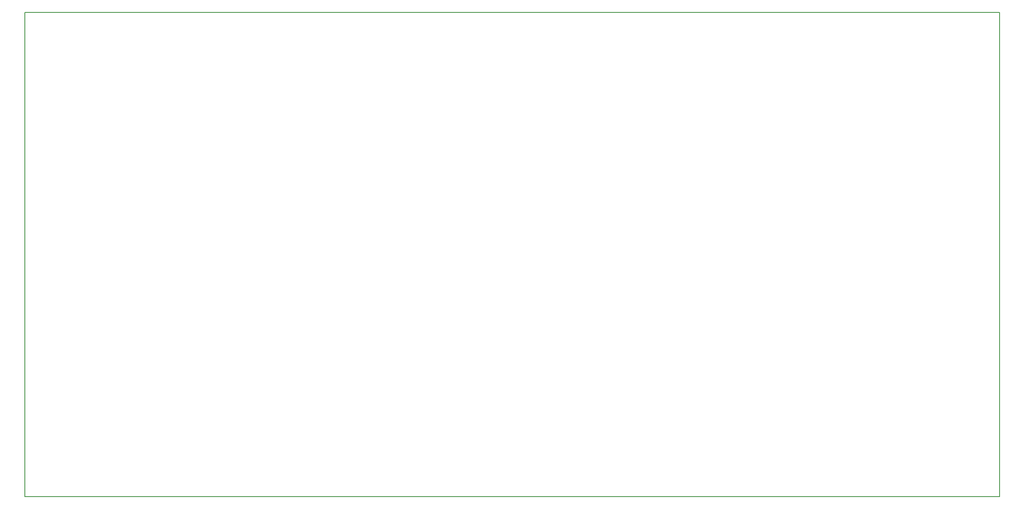
<source format=gm1>
G04 #@! TF.GenerationSoftware,KiCad,Pcbnew,(5.0.0)*
G04 #@! TF.CreationDate,2019-05-11T02:31:08+07:00*
G04 #@! TF.ProjectId,Dmx512,446D783531322E6B696361645F706362,rev?*
G04 #@! TF.SameCoordinates,Original*
G04 #@! TF.FileFunction,Profile,NP*
%FSLAX46Y46*%
G04 Gerber Fmt 4.6, Leading zero omitted, Abs format (unit mm)*
G04 Created by KiCad (PCBNEW (5.0.0)) date 05/11/19 02:31:08*
%MOMM*%
%LPD*%
G01*
G04 APERTURE LIST*
%ADD10C,0.150000*%
G04 APERTURE END LIST*
D10*
X44450000Y-50800000D02*
X44450000Y-149860000D01*
X243840000Y-50800000D02*
X44450000Y-50800000D01*
X243840000Y-149860000D02*
X243840000Y-50800000D01*
X44450000Y-149860000D02*
X243840000Y-149860000D01*
M02*

</source>
